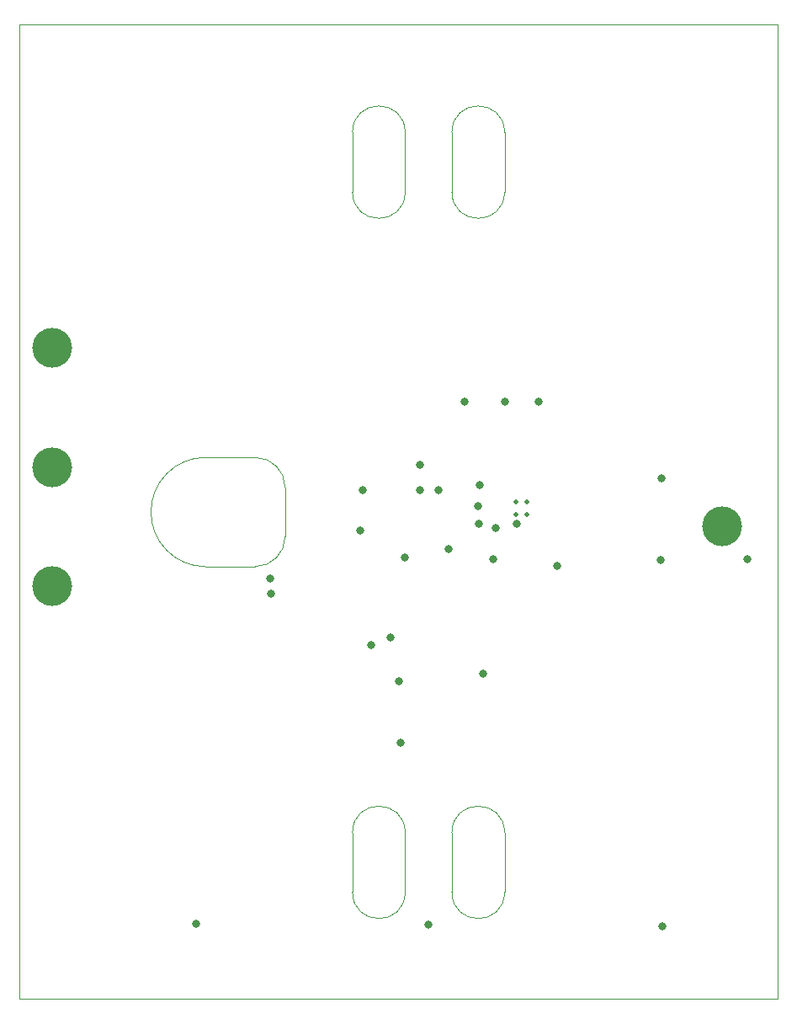
<source format=gbr>
%TF.GenerationSoftware,KiCad,Pcbnew,9.0.0*%
%TF.CreationDate,2025-05-06T20:13:05-04:00*%
%TF.ProjectId,xy_faces_CUpayload_v2,78795f66-6163-4657-935f-43557061796c,3.0*%
%TF.SameCoordinates,Original*%
%TF.FileFunction,Copper,L3,Inr*%
%TF.FilePolarity,Positive*%
%FSLAX46Y46*%
G04 Gerber Fmt 4.6, Leading zero omitted, Abs format (unit mm)*
G04 Created by KiCad (PCBNEW 9.0.0) date 2025-05-06 20:13:05*
%MOMM*%
%LPD*%
G01*
G04 APERTURE LIST*
%TA.AperFunction,HeatsinkPad*%
%ADD10C,0.500000*%
%TD*%
%TA.AperFunction,ComponentPad*%
%ADD11C,4.000000*%
%TD*%
%TA.AperFunction,ViaPad*%
%ADD12C,0.800000*%
%TD*%
%TA.AperFunction,Profile*%
%ADD13C,0.050000*%
%TD*%
%TA.AperFunction,Profile*%
%ADD14C,0.100000*%
%TD*%
G04 APERTURE END LIST*
D10*
%TO.N,GND*%
%TO.C,U2*%
X154375000Y-115070000D03*
X154375000Y-113770000D03*
X153275000Y-115070000D03*
X153275000Y-113770000D03*
%TD*%
D11*
%TO.N,N/C*%
%TO.C,H1*%
X174025000Y-116250000D03*
%TD*%
%TO.N,N/C*%
%TO.C,H1*%
X106650000Y-98250000D03*
%TD*%
%TO.N,N/C*%
%TO.C,H1*%
X106650000Y-122250000D03*
%TD*%
%TO.N,N/C*%
%TO.C,H1*%
X106650000Y-110250000D03*
%TD*%
D12*
%TO.N,GND*%
X176550000Y-119550000D03*
X142075000Y-119325000D03*
%TO.N,+3V3*%
X143600000Y-112600000D03*
X155600000Y-103650000D03*
X149500000Y-114160000D03*
X148100000Y-103650000D03*
X151300000Y-116400000D03*
X152150000Y-103650000D03*
X143640000Y-110050000D03*
X145500000Y-112600000D03*
%TO.N,VSOLAR*%
X141550000Y-131800000D03*
%TO.N,GND*%
X138700000Y-128150000D03*
X168000000Y-156390000D03*
X144450000Y-156250000D03*
X153400000Y-116000000D03*
X137600000Y-116650000D03*
X149675000Y-112100000D03*
%TO.N,VSOLAR*%
X157400000Y-120200000D03*
X140650000Y-127350000D03*
%TO.N,GND*%
X150000000Y-131000000D03*
X121120000Y-156220000D03*
X137912500Y-112600000D03*
X141700000Y-138000000D03*
X151000000Y-119500000D03*
%TO.N,SDA*%
X146500000Y-118500000D03*
X128560000Y-121470000D03*
%TO.N,SCL*%
X128630000Y-123030000D03*
X149600000Y-115990000D03*
%TO.N,Net-(SC5--)*%
X167900000Y-111350000D03*
X167850000Y-119600000D03*
%TD*%
D13*
X136850000Y-153000000D02*
X136850000Y-147000000D01*
X142150000Y-153000000D02*
X142150000Y-147000000D01*
X146850000Y-147000000D02*
X146850000Y-153000000D01*
X152150000Y-153000000D02*
X152150000Y-147000000D01*
X142150000Y-76600000D02*
X142150000Y-82600000D01*
X136850000Y-76600000D02*
X136850000Y-82600000D01*
X146850000Y-76600000D02*
X146850000Y-82600000D01*
X152150000Y-76600000D02*
X152150000Y-82600000D01*
X142150000Y-82600000D02*
G75*
G02*
X136850000Y-82600000I-2650000J0D01*
G01*
D14*
X103350000Y-65750000D02*
X179650000Y-65750000D01*
X179650000Y-163750000D01*
X103350000Y-163750000D01*
X103350000Y-65750000D01*
D13*
X130075000Y-117262500D02*
G75*
G02*
X127075000Y-120262500I-3000000J0D01*
G01*
X146850000Y-76600000D02*
G75*
G02*
X152150000Y-76600000I2650000J0D01*
G01*
X136850000Y-76600000D02*
G75*
G02*
X142150000Y-76600000I2650000J0D01*
G01*
X122050000Y-120262500D02*
G75*
G02*
X122075000Y-109287500I12500J5487500D01*
G01*
X136850000Y-147000000D02*
G75*
G02*
X142150000Y-147000000I2650000J0D01*
G01*
X122050000Y-120262500D02*
X127075000Y-120262500D01*
X142150000Y-153000000D02*
G75*
G02*
X136850000Y-153000000I-2650000J0D01*
G01*
X146850000Y-147000000D02*
G75*
G02*
X152150000Y-147000000I2650000J0D01*
G01*
X152150000Y-153000000D02*
G75*
G02*
X146850000Y-153000000I-2650000J0D01*
G01*
X122075000Y-109287500D02*
X127075000Y-109287500D01*
X130075000Y-117262500D02*
X130075000Y-112287500D01*
X152150000Y-82600000D02*
G75*
G02*
X146850000Y-82600000I-2650000J0D01*
G01*
X127075000Y-109287500D02*
G75*
G02*
X130075000Y-112287500I0J-3000000D01*
G01*
M02*

</source>
